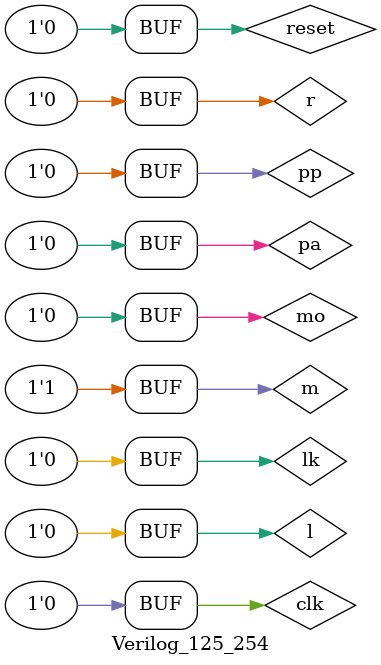
<source format=v>
/*
	Title            		  :- Automatic Door Controller
	register No      		  :- 16CO125 - 16CO254
	Abstract         		  :- Automatic Door Controller
	Functionalities  		  :- 1.If door is closed and person approaches it opens.
                        		 2.After some time it completely opens and if no one is present it closes.
								 3.If the door is closed then it can be locked that will make it bolted.
								 4.If the door is locked and someone approaches then also it does not open.
								 5.3 failed attempts to manually open a lock door triggers the alarm.
								 6.If door is closing and door resistance(person present) in door frame comes
						  		  it opens.
	Brief Description on code:-  All the functionalities of the project are one by one at every positive edge of clock pulse
	                             are fed to the respective top level files. Gtkwave is generated to verify the result.
*/

`timescale 1ns/1ps
module Verilog_125_254;
	wire bt,				// Bolted
		r2m,				// right to middle motor
		m2r,				// middle to right motor
		m2l,				// middle to left motor
		l2m,				// left to middle motor
		alarm;				// Alarm
	reg pa,					// Person Approaching
		pp,					// Person Present between door
		mo,					// manual Opening
		r,					// right limit
		m,					// middle limit
		l,					// left limit
		lk,					// lock
		clk,				// clock
		reset;				// reset
	wire[1:0] yt,			// PresentState
			  yt1;			// NextState
	
	//DataFlow Modelling
	
	// Calling the main module
	VerilogDM_125_254 f(bt,yt1,r2m,m2r,l2m,m2l,alarm,pa,pp,mo,r,l,m,lk,clk,reset,yt);
	
	// GTKWave Generation for DataFlow Modelling
	initial begin
		$dumpfile("VerilogDM-125-254.vcd");
		$dumpvars(0,Verilog_125_254);
	end
	
	
	//Behavorial Modelling
	/*
	// Calling the main module
	VerilogBM_125_254 f(bt,yt1,r2m,m2r,l2m,m2l,alarm,pa,pp,mo,r,l,m,lk,clk,reset,yt);
	
	// GTKWave Generation for Behavorial Modelling
	initial begin
		$dumpfile("VerilogBM-125-254.vcd");
		$dumpvars(0,Verilog_125_254);
	end
	*/
	
	// Toggle the input clock after every 10, initial clock set to 1
	initial begin
		clk=1'b1;
		repeat(65)
			#10 clk=~clk;
	end
	
	initial begin
		$display("AUTOMATIC DOOR CONTROLLER\n");
	end

	initial begin
			pa=0;
			pp=0;
			mo=0;
			r=0;
			m=1;
			lk=0;
			l=0;
			reset=1;
		$monitor("Reset=%b both doors closed",reset);
		
		//TestCase1:- Both Doors Closed
		#20;
			pa=0;
			pp=0;
			mo=0;
			r=0;
			m=1;
			lk=0;
			l=0;
			reset=0;
		
		//TestCase2:- Person Approaching
		#20;
			pa=1;
			pp=0;
			mo=0;
			r=0;
			m=0;
			lk=0;
			l=0;
			reset=0;
		$monitor("Person approaching=%b  Door opening=%b",pa,yt);
		//TestCase3:- Person Approaching
		#20;
			pa=1;
			pp=0;
			mo=0;
			r=1;
			m=0;
			lk=0;
			l=1;
			reset=0;
		$monitor("Person approaching=%b  Door opened=%b",pa,yt);
		//TestCase4:- Both Doors open 
		#20;
			pa=0;
			pp=0;
			mo=0;
			r=1;
			m=0;
			lk=0;
			l=1;
			reset=0;
		$monitor("Person approaching=%b  Door closing=%b",pa,yt);
		//TestCase5:- doors closing
		#20;
			pa=0;
			pp=0;
			mo=0;
			r=1;
			m=0;
			lk=0;
			l=1;
		    reset=0;
		
		//TestCase6:- Doors completely closed
		#20;
			pa=0;
			pp=0;
			mo=0;
			r=0;
			m=1;
			lk=0;
			l=0;
		    reset=0;
		$monitor("No external sensor triggered, Door closed=%b",yt);
		//TestCase7:- Doors completely closed
		#20;
			pa=0;
			pp=0;
			mo=0;
			r=0;
			m=1;
			lk=0;
			l=0;
		    reset=0;
		//TestCase8:- Doors completely closed
		#20;
			pa=0;
			pp=0;
			mo=0;
			r=0;
			m=1;
			lk=0;
			l=0;
		    reset=0;
		//TestCase9:- Doors closed and locked
		#20;
			pa=0;
			pp=0;
			mo=0;
			r=0;
			m=1;
			lk=1;
			l=0;
		    reset=0;
		$monitor("Door closed=%b, Door locked=%b",yt,lk);
		//TestCase10:- locked door, tried to open manually(first trial)
		#20;
			pa=0;
			pp=0;
			mo=1;
			r=0;
			m=1;
			lk=1;
			l=0;
		    reset=0;
		$monitor("Door locked=%b, manual open=%b first time, alarm=%b",lk,mo,alarm);
		//TestCase11:- locked door, tried to manually open(first trial)
		#20;
			pa=0;
			pp=0;
			mo=0;
			r=0;
			m=1;
			lk=1;
			l=0;
		    reset=0;
		
		//TestCase12:- locked door
		#20;
			pa=0;
			pp=0;
			mo=1;
			r=0;
			m=1;
			lk=1;
			l=0;
		    reset=0;
		$monitor("Door locked=%b, manual open=%b second time, alarm=%b",lk,mo,alarm);
		//TestCase13:- locked door, tried to manually open(second trial), alarm off
		#20;
			pa=0;
			pp=0;
			mo=0;
			r=0;
			m=1;
			lk=1;
			l=0;
		    reset=0;
		
		//TestCase14:- locked door
		#20;
			pa=0;
			pp=0;
			mo=1;
			r=0;
			m=1;
			lk=1;
			l=0;
		    reset=0;
		$monitor("Door locked=%b, manual open=%b third time, alarm=%b",lk,mo,alarm);
		//TestCase15:- locked door, tried to manually open(third trial), alarm on
		#20;
			pa=0;
			pp=0;
			mo=0;
			r=0;
			m=1;
			lk=1;
			l=0;
		   reset=1;
		$monitor("Reset=%b To stop alarm",reset);
		//TestCase16:- reset=1
		#20;
			pa=0;
			pp=0;
			mo=1;
			r=0;
			m=1;
			lk=0;
			l=0;
		   reset=0;
		$monitor("Door locked=%b, manual open=%b door opening=%b",lk,mo,yt);
		//TestCase17:- Manually opened, door opening
		#20;
			pa=1;
			pp=0;
			mo=0;
			r=1;
			m=0;
			lk=0;
			l=1;
		   reset=0;
		$monitor("Person approaching=%b door opened=%b",pa,yt);
		//TestCase18:- Person approaching, doors remain open
		#20;
			pa=0;
			pp=1;
			mo=0;
			r=1;
			m=0;
			lk=0;
			l=1;
		   reset=0;
		$monitor("Person present=%b door opened=%b",pp,yt);
		//TestCase19:- doors open, person present 
		#20;
			pa=0;
			pp=0;
			mo=0;
			r=1;
			m=0;
			lk=0;
			l=1;
		    reset=0;
		$monitor("No external sensors trigered doors closing=%b",yt);
		//TestCase20:- Doors closing
		#20;
			pa=0;
			pp=0;
			mo=0;
			r=0;
			m=1;
			lk=0;
			l=0;
		    reset=0;
		$monitor("doors fully closed=%b",yt);
		//TestCase21:- doors closed
		#20;
			pa=0;
			pp=0;
			mo=0;
			r=0;
			m=1;
			lk=0;
			l=0;
		   reset=0;
		//TestCase22:- doors closed
		#20;
			pa=1;
			pp=0;
			mo=0;
			r=0;
			m=0;
			lk=0;
			l=0;
		   reset=0;
		$monitor("Person approaching=%b door opening=%b",pa,yt);
		//TestCase23:- Person Approaching, Doors opening
		#20;
			pa=1;
			pp=0;
			mo=0;
			r=1;
			m=0;
			lk=0;
			l=1;
		    reset=0;
		$monitor("Person approaching=%b door opened=%b",pa,yt);
		//TestCase24:- Doors Open
		#20;
			pa=0;
			pp=0;
			mo=0;
			r=1;
			m=0;
			lk=0;
			l=1;
		    reset=0;
		$monitor("No external sensors triggered doors closing=%b",yt);
		//TestCase25:- Doors closing
		#40;
			pa=0;
			pp=0;
			mo=0;
			r=1;
			m=0;
			lk=0;
			l=1;
		    reset=0;
		//TestCase26:- Doors closing
		#40;
			pa=0;
			pp=0;
			mo=0;
			r=0;
			m=0;
			lk=0;
			l=0;
		   reset=0;
		//TestCase27:- Doors closed
		#20;
			pa=0;
			pp=0;
			mo=0;
			r=0;
			m=1;
			lk=0;
			l=0;
		   reset=0;
		$monitor("doors closed=%b",yt);
	end
endmodule
</source>
